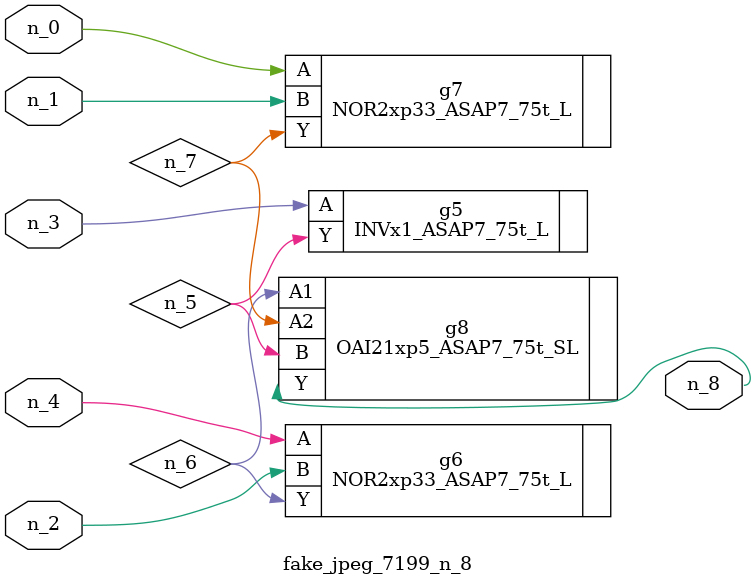
<source format=v>
module fake_jpeg_7199_n_8 (n_3, n_2, n_1, n_0, n_4, n_8);

input n_3;
input n_2;
input n_1;
input n_0;
input n_4;

output n_8;

wire n_6;
wire n_5;
wire n_7;

INVx1_ASAP7_75t_L g5 ( 
.A(n_3),
.Y(n_5)
);

NOR2xp33_ASAP7_75t_L g6 ( 
.A(n_4),
.B(n_2),
.Y(n_6)
);

NOR2xp33_ASAP7_75t_L g7 ( 
.A(n_0),
.B(n_1),
.Y(n_7)
);

OAI21xp5_ASAP7_75t_SL g8 ( 
.A1(n_6),
.A2(n_7),
.B(n_5),
.Y(n_8)
);


endmodule
</source>
